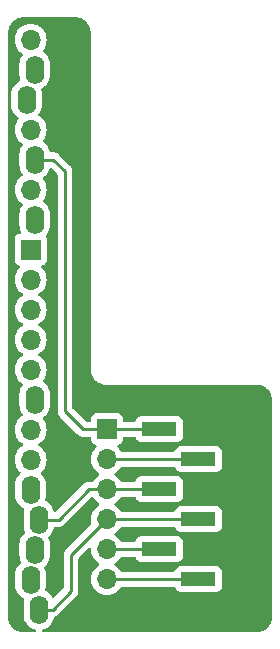
<source format=gbr>
%TF.GenerationSoftware,KiCad,Pcbnew,7.0.9*%
%TF.CreationDate,2024-01-28T12:44:50+11:00*%
%TF.ProjectId,Camera-Wing-SHIM,43616d65-7261-42d5-9769-6e672d534849,rev?*%
%TF.SameCoordinates,Original*%
%TF.FileFunction,Copper,L1,Top*%
%TF.FilePolarity,Positive*%
%FSLAX46Y46*%
G04 Gerber Fmt 4.6, Leading zero omitted, Abs format (unit mm)*
G04 Created by KiCad (PCBNEW 7.0.9) date 2024-01-28 12:44:50*
%MOMM*%
%LPD*%
G01*
G04 APERTURE LIST*
%TA.AperFunction,ComponentPad*%
%ADD10R,1.700000X1.700000*%
%TD*%
%TA.AperFunction,ComponentPad*%
%ADD11O,1.700000X1.700000*%
%TD*%
%TA.AperFunction,ComponentPad*%
%ADD12O,1.600000X2.400000*%
%TD*%
%TA.AperFunction,SMDPad,CuDef*%
%ADD13R,3.000000X1.200000*%
%TD*%
%TA.AperFunction,Conductor*%
%ADD14C,0.250000*%
%TD*%
G04 APERTURE END LIST*
D10*
%TO.P,J3,1,Pin_1*%
%TO.N,+3V3*%
X87775000Y-112994000D03*
D11*
%TO.P,J3,2,Pin_2*%
%TO.N,GND*%
X87775000Y-115534000D03*
%TO.P,J3,3,Pin_3*%
%TO.N,/CLK*%
X87775000Y-118074000D03*
%TO.P,J3,4,Pin_4*%
%TO.N,/MISO*%
X87775000Y-120614000D03*
%TO.P,J3,5,Pin_5*%
%TO.N,/MOSI*%
X87775000Y-123154000D03*
%TO.P,J3,6,Pin_6*%
%TO.N,/CS*%
X87775000Y-125694000D03*
%TD*%
%TO.P,J1,1,Pin_1*%
%TO.N,unconnected-(J1-Pin_1-Pad1)*%
X81315000Y-80010000D03*
D12*
%TO.P,J1,2,Pin_2*%
%TO.N,unconnected-(J1-Pin_2-Pad2)*%
X81665000Y-82550000D03*
%TO.P,J1,3,Pin_3*%
%TO.N,GND*%
X80965000Y-85090000D03*
D11*
%TO.P,J1,4,Pin_4*%
%TO.N,unconnected-(J1-Pin_4-Pad4)*%
X81315000Y-87630000D03*
D12*
%TO.P,J1,5,Pin_5*%
%TO.N,+3V3*%
X81665000Y-90170000D03*
D11*
%TO.P,J1,6,Pin_6*%
%TO.N,unconnected-(J1-Pin_6-Pad6)*%
X81315000Y-92710000D03*
D12*
%TO.P,J1,7,Pin_7*%
%TO.N,unconnected-(J1-Pin_7-Pad7)*%
X81665000Y-95250000D03*
D10*
%TO.P,J1,8,Pin_8*%
%TO.N,unconnected-(J1-Pin_8-Pad8)*%
X81315000Y-97790000D03*
D11*
%TO.P,J1,9,Pin_9*%
%TO.N,unconnected-(J1-Pin_9-Pad9)*%
X81315000Y-100330000D03*
%TO.P,J1,10,Pin_10*%
%TO.N,unconnected-(J1-Pin_10-Pad10)*%
X81315000Y-102870000D03*
%TO.P,J1,11,Pin_11*%
%TO.N,unconnected-(J1-Pin_11-Pad11)*%
X81315000Y-105410000D03*
%TO.P,J1,12,Pin_12*%
%TO.N,unconnected-(J1-Pin_12-Pad12)*%
X81315000Y-107950000D03*
D12*
%TO.P,J1,13,Pin_13*%
%TO.N,unconnected-(J1-Pin_13-Pad13)*%
X81665000Y-110490000D03*
D11*
%TO.P,J1,14,Pin_14*%
%TO.N,unconnected-(J1-Pin_14-Pad14)*%
X81315000Y-113030000D03*
%TO.P,J1,15,Pin_15*%
%TO.N,unconnected-(J1-Pin_15-Pad15)*%
X81315000Y-115570000D03*
D12*
%TO.P,J1,16,Pin_16*%
%TO.N,/MOSI*%
X81315000Y-118110000D03*
%TO.P,J1,17,Pin_17*%
%TO.N,/CLK*%
X82015000Y-120650000D03*
%TO.P,J1,18,Pin_18*%
%TO.N,GND*%
X81665000Y-123190000D03*
%TO.P,J1,19,Pin_19*%
%TO.N,/CS*%
X81315000Y-125730000D03*
%TO.P,J1,20,Pin_20*%
%TO.N,/MISO*%
X82015000Y-128270000D03*
%TD*%
D13*
%TO.P,J2,1,Pin_1*%
%TO.N,+3V3*%
X92216000Y-112994000D03*
%TO.P,J2,2,Pin_2*%
%TO.N,GND*%
X95526000Y-115534000D03*
%TO.P,J2,3,Pin_3*%
%TO.N,/CLK*%
X92216000Y-118074000D03*
%TO.P,J2,4,Pin_4*%
%TO.N,/MISO*%
X95526000Y-120614000D03*
%TO.P,J2,5,Pin_5*%
%TO.N,/MOSI*%
X92216000Y-123154000D03*
%TO.P,J2,6,Pin_6*%
%TO.N,/CS*%
X95526000Y-125694000D03*
%TD*%
D14*
%TO.N,+3V3*%
X84219000Y-111470000D02*
X84219000Y-91150000D01*
X83239000Y-90170000D02*
X81665000Y-90170000D01*
X87775000Y-112994000D02*
X85743000Y-112994000D01*
X85743000Y-112994000D02*
X84219000Y-111470000D01*
X92216000Y-112994000D02*
X87775000Y-112994000D01*
X84219000Y-91150000D02*
X83239000Y-90170000D01*
%TO.N,GND*%
X95526000Y-115534000D02*
X87775000Y-115534000D01*
%TO.N,/MOSI*%
X92216000Y-123154000D02*
X87775000Y-123154000D01*
%TO.N,/CLK*%
X83675000Y-120650000D02*
X82015000Y-120650000D01*
X87775000Y-118074000D02*
X86251000Y-118074000D01*
X92216000Y-118074000D02*
X87775000Y-118074000D01*
X86251000Y-118074000D02*
X83675000Y-120650000D01*
%TO.N,/CS*%
X95526000Y-125694000D02*
X87775000Y-125694000D01*
%TO.N,/MISO*%
X84727000Y-123662000D02*
X84727000Y-126710000D01*
X95526000Y-120614000D02*
X87775000Y-120614000D01*
X84727000Y-126710000D02*
X83167000Y-128270000D01*
X83167000Y-128270000D02*
X82015000Y-128270000D01*
X87775000Y-120614000D02*
X84727000Y-123662000D01*
%TD*%
%TA.AperFunction,NonConductor*%
G36*
X83070073Y-90898224D02*
G01*
X83108942Y-90924532D01*
X83557181Y-91372771D01*
X83590666Y-91434094D01*
X83593500Y-91460452D01*
X83593500Y-111387255D01*
X83591775Y-111402872D01*
X83592061Y-111402899D01*
X83591326Y-111410665D01*
X83593500Y-111479814D01*
X83593500Y-111509343D01*
X83593501Y-111509360D01*
X83594368Y-111516231D01*
X83594826Y-111522050D01*
X83596290Y-111568624D01*
X83596291Y-111568627D01*
X83601880Y-111587867D01*
X83605824Y-111606911D01*
X83608336Y-111626792D01*
X83625490Y-111670119D01*
X83627382Y-111675647D01*
X83640381Y-111720388D01*
X83650580Y-111737634D01*
X83659136Y-111755100D01*
X83666514Y-111773732D01*
X83693898Y-111811423D01*
X83697106Y-111816307D01*
X83720827Y-111856416D01*
X83720833Y-111856424D01*
X83734990Y-111870580D01*
X83747628Y-111885376D01*
X83759405Y-111901586D01*
X83759406Y-111901587D01*
X83795309Y-111931288D01*
X83799620Y-111935210D01*
X84894408Y-113029999D01*
X85242197Y-113377788D01*
X85252022Y-113390051D01*
X85252243Y-113389869D01*
X85257214Y-113395878D01*
X85283217Y-113420295D01*
X85307635Y-113443226D01*
X85328529Y-113464120D01*
X85334011Y-113468373D01*
X85338443Y-113472157D01*
X85372418Y-113504062D01*
X85389976Y-113513714D01*
X85406235Y-113524395D01*
X85422064Y-113536673D01*
X85464838Y-113555182D01*
X85470056Y-113557738D01*
X85510908Y-113580197D01*
X85530316Y-113585180D01*
X85548717Y-113591480D01*
X85567104Y-113599437D01*
X85610488Y-113606308D01*
X85613119Y-113606725D01*
X85618839Y-113607909D01*
X85663981Y-113619500D01*
X85684016Y-113619500D01*
X85703414Y-113621026D01*
X85723194Y-113624159D01*
X85723195Y-113624160D01*
X85723195Y-113624159D01*
X85723196Y-113624160D01*
X85769584Y-113619775D01*
X85775422Y-113619500D01*
X86300501Y-113619500D01*
X86367540Y-113639185D01*
X86413295Y-113691989D01*
X86424501Y-113743500D01*
X86424501Y-113891876D01*
X86430908Y-113951483D01*
X86481202Y-114086328D01*
X86481206Y-114086335D01*
X86567452Y-114201544D01*
X86567455Y-114201547D01*
X86682664Y-114287793D01*
X86682671Y-114287797D01*
X86814081Y-114336810D01*
X86870015Y-114378681D01*
X86894432Y-114444145D01*
X86879580Y-114512418D01*
X86858430Y-114540673D01*
X86736503Y-114662600D01*
X86600965Y-114856169D01*
X86600964Y-114856171D01*
X86501098Y-115070335D01*
X86501094Y-115070344D01*
X86439938Y-115298586D01*
X86439936Y-115298596D01*
X86419341Y-115533999D01*
X86419341Y-115534000D01*
X86439936Y-115769403D01*
X86439938Y-115769413D01*
X86501094Y-115997655D01*
X86501096Y-115997659D01*
X86501097Y-115997663D01*
X86600965Y-116211830D01*
X86600967Y-116211834D01*
X86621728Y-116241483D01*
X86736501Y-116405396D01*
X86736506Y-116405402D01*
X86903597Y-116572493D01*
X86903603Y-116572498D01*
X87089158Y-116702425D01*
X87132783Y-116757002D01*
X87139977Y-116826500D01*
X87108454Y-116888855D01*
X87089158Y-116905575D01*
X86903597Y-117035505D01*
X86736505Y-117202597D01*
X86601348Y-117395623D01*
X86546771Y-117439248D01*
X86499773Y-117448500D01*
X86333738Y-117448500D01*
X86318121Y-117446776D01*
X86318094Y-117447062D01*
X86310332Y-117446327D01*
X86241204Y-117448500D01*
X86211650Y-117448500D01*
X86210929Y-117448590D01*
X86204757Y-117449369D01*
X86198945Y-117449826D01*
X86152373Y-117451290D01*
X86152372Y-117451290D01*
X86133129Y-117456881D01*
X86114079Y-117460825D01*
X86094211Y-117463334D01*
X86094209Y-117463335D01*
X86050884Y-117480488D01*
X86045357Y-117482380D01*
X86000610Y-117495381D01*
X86000609Y-117495382D01*
X85983367Y-117505579D01*
X85965899Y-117514137D01*
X85947269Y-117521513D01*
X85947267Y-117521514D01*
X85909576Y-117548898D01*
X85904694Y-117552105D01*
X85864579Y-117575830D01*
X85850408Y-117590000D01*
X85835623Y-117602628D01*
X85819412Y-117614407D01*
X85789709Y-117650310D01*
X85785777Y-117654631D01*
X83477115Y-119963293D01*
X83415792Y-119996778D01*
X83346100Y-119991794D01*
X83290167Y-119949922D01*
X83269659Y-119907705D01*
X83269340Y-119906516D01*
X83241739Y-119803504D01*
X83145568Y-119597266D01*
X83015047Y-119410861D01*
X83015045Y-119410858D01*
X82854141Y-119249954D01*
X82667735Y-119119433D01*
X82667736Y-119119433D01*
X82667734Y-119119432D01*
X82611221Y-119093079D01*
X82558783Y-119046907D01*
X82539632Y-118979713D01*
X82543852Y-118948608D01*
X82600635Y-118736692D01*
X82615500Y-118566784D01*
X82615500Y-117653216D01*
X82600635Y-117483308D01*
X82541739Y-117263504D01*
X82445568Y-117057266D01*
X82315047Y-116870861D01*
X82315045Y-116870858D01*
X82207222Y-116763035D01*
X82173737Y-116701712D01*
X82178721Y-116632020D01*
X82207218Y-116587677D01*
X82353495Y-116441401D01*
X82489035Y-116247830D01*
X82588903Y-116033663D01*
X82650063Y-115805408D01*
X82670659Y-115570000D01*
X82650063Y-115334592D01*
X82588903Y-115106337D01*
X82489035Y-114892171D01*
X82486686Y-114888815D01*
X82353494Y-114698597D01*
X82186402Y-114531506D01*
X82186396Y-114531501D01*
X82000842Y-114401575D01*
X81957217Y-114346998D01*
X81950023Y-114277500D01*
X81981546Y-114215145D01*
X82000842Y-114198425D01*
X82023026Y-114182891D01*
X82186401Y-114068495D01*
X82353495Y-113901401D01*
X82489035Y-113707830D01*
X82588903Y-113493663D01*
X82650063Y-113265408D01*
X82670659Y-113030000D01*
X82650063Y-112794592D01*
X82588903Y-112566337D01*
X82489035Y-112352171D01*
X82489034Y-112352169D01*
X82350390Y-112154164D01*
X82351569Y-112153337D01*
X82326273Y-112095526D01*
X82337316Y-112026535D01*
X82378150Y-111978264D01*
X82504139Y-111890047D01*
X82665047Y-111729139D01*
X82795568Y-111542734D01*
X82891739Y-111336496D01*
X82950635Y-111116692D01*
X82965500Y-110946784D01*
X82965500Y-110033216D01*
X82950635Y-109863308D01*
X82891739Y-109643504D01*
X82795568Y-109437266D01*
X82665047Y-109250861D01*
X82665045Y-109250858D01*
X82504141Y-109089954D01*
X82378152Y-109001737D01*
X82334527Y-108947161D01*
X82327333Y-108877662D01*
X82351419Y-108826556D01*
X82350389Y-108825835D01*
X82353490Y-108821405D01*
X82353495Y-108821401D01*
X82489035Y-108627830D01*
X82588903Y-108413663D01*
X82650063Y-108185408D01*
X82670659Y-107950000D01*
X82650063Y-107714592D01*
X82588903Y-107486337D01*
X82489035Y-107272171D01*
X82353495Y-107078599D01*
X82353494Y-107078597D01*
X82186402Y-106911506D01*
X82186396Y-106911501D01*
X82000842Y-106781575D01*
X81957217Y-106726998D01*
X81950023Y-106657500D01*
X81981546Y-106595145D01*
X82000842Y-106578425D01*
X82023026Y-106562891D01*
X82186401Y-106448495D01*
X82353495Y-106281401D01*
X82489035Y-106087830D01*
X82588903Y-105873663D01*
X82650063Y-105645408D01*
X82670659Y-105410000D01*
X82650063Y-105174592D01*
X82588903Y-104946337D01*
X82489035Y-104732171D01*
X82353495Y-104538599D01*
X82353494Y-104538597D01*
X82186402Y-104371506D01*
X82186396Y-104371501D01*
X82000842Y-104241575D01*
X81957217Y-104186998D01*
X81950023Y-104117500D01*
X81981546Y-104055145D01*
X82000842Y-104038425D01*
X82023026Y-104022891D01*
X82186401Y-103908495D01*
X82353495Y-103741401D01*
X82489035Y-103547830D01*
X82588903Y-103333663D01*
X82650063Y-103105408D01*
X82670659Y-102870000D01*
X82650063Y-102634592D01*
X82588903Y-102406337D01*
X82489035Y-102192171D01*
X82353495Y-101998599D01*
X82353494Y-101998597D01*
X82186402Y-101831506D01*
X82186396Y-101831501D01*
X82000842Y-101701575D01*
X81957217Y-101646998D01*
X81950023Y-101577500D01*
X81981546Y-101515145D01*
X82000842Y-101498425D01*
X82023026Y-101482891D01*
X82186401Y-101368495D01*
X82353495Y-101201401D01*
X82489035Y-101007830D01*
X82588903Y-100793663D01*
X82650063Y-100565408D01*
X82670659Y-100330000D01*
X82650063Y-100094592D01*
X82588903Y-99866337D01*
X82489035Y-99652171D01*
X82353495Y-99458599D01*
X82231567Y-99336671D01*
X82198084Y-99275351D01*
X82203068Y-99205659D01*
X82244939Y-99149725D01*
X82275915Y-99132810D01*
X82407331Y-99083796D01*
X82522546Y-98997546D01*
X82608796Y-98882331D01*
X82659091Y-98747483D01*
X82665500Y-98687873D01*
X82665499Y-96892128D01*
X82659091Y-96832517D01*
X82608796Y-96697669D01*
X82608794Y-96697666D01*
X82607991Y-96696593D01*
X82607522Y-96695337D01*
X82604546Y-96689886D01*
X82605330Y-96689457D01*
X82583577Y-96631127D01*
X82598431Y-96562855D01*
X82619579Y-96534606D01*
X82665047Y-96489139D01*
X82795568Y-96302734D01*
X82891739Y-96096496D01*
X82950635Y-95876692D01*
X82965500Y-95706784D01*
X82965500Y-94793216D01*
X82950635Y-94623308D01*
X82891739Y-94403504D01*
X82795568Y-94197266D01*
X82665047Y-94010861D01*
X82665045Y-94010858D01*
X82504141Y-93849954D01*
X82378152Y-93761737D01*
X82334527Y-93707161D01*
X82327333Y-93637662D01*
X82351419Y-93586556D01*
X82350389Y-93585835D01*
X82353490Y-93581405D01*
X82353495Y-93581401D01*
X82489035Y-93387830D01*
X82588903Y-93173663D01*
X82650063Y-92945408D01*
X82670659Y-92710000D01*
X82650063Y-92474592D01*
X82588903Y-92246337D01*
X82489035Y-92032171D01*
X82353495Y-91838599D01*
X82350390Y-91834164D01*
X82351569Y-91833337D01*
X82326273Y-91775526D01*
X82337316Y-91706535D01*
X82378150Y-91658264D01*
X82504139Y-91570047D01*
X82665047Y-91409139D01*
X82795568Y-91222734D01*
X82891739Y-91016496D01*
X82901486Y-90980120D01*
X82937851Y-90920460D01*
X83000697Y-90889930D01*
X83070073Y-90898224D01*
G37*
%TD.AperFunction*%
%TA.AperFunction,NonConductor*%
G36*
X86568508Y-118743596D02*
G01*
X86624441Y-118785468D01*
X86626749Y-118788654D01*
X86736505Y-118945401D01*
X86736506Y-118945402D01*
X86903597Y-119112493D01*
X86903603Y-119112498D01*
X87089158Y-119242425D01*
X87132783Y-119297002D01*
X87139977Y-119366500D01*
X87108454Y-119428855D01*
X87089158Y-119445575D01*
X86903597Y-119575505D01*
X86736505Y-119742597D01*
X86600965Y-119936169D01*
X86600964Y-119936171D01*
X86501098Y-120150335D01*
X86501094Y-120150344D01*
X86439938Y-120378586D01*
X86439936Y-120378596D01*
X86419341Y-120613999D01*
X86419341Y-120614000D01*
X86439936Y-120849403D01*
X86439938Y-120849413D01*
X86466856Y-120949872D01*
X86465193Y-121019722D01*
X86434762Y-121069646D01*
X84343208Y-123161199D01*
X84330951Y-123171020D01*
X84331134Y-123171241D01*
X84325123Y-123176213D01*
X84277772Y-123226636D01*
X84256889Y-123247519D01*
X84256877Y-123247532D01*
X84252621Y-123253017D01*
X84248837Y-123257447D01*
X84216937Y-123291418D01*
X84216936Y-123291420D01*
X84207284Y-123308976D01*
X84196610Y-123325226D01*
X84184329Y-123341061D01*
X84184324Y-123341068D01*
X84165815Y-123383838D01*
X84163245Y-123389084D01*
X84140803Y-123429906D01*
X84135822Y-123449307D01*
X84129521Y-123467710D01*
X84121562Y-123486102D01*
X84121561Y-123486105D01*
X84114271Y-123532127D01*
X84113087Y-123537846D01*
X84101501Y-123582972D01*
X84101500Y-123582982D01*
X84101500Y-123603016D01*
X84099973Y-123622415D01*
X84096840Y-123642194D01*
X84096840Y-123642195D01*
X84101225Y-123688583D01*
X84101500Y-123694421D01*
X84101500Y-126399546D01*
X84081815Y-126466585D01*
X84065181Y-126487227D01*
X83328135Y-127224272D01*
X83266812Y-127257757D01*
X83197120Y-127252773D01*
X83141187Y-127210901D01*
X83138899Y-127207742D01*
X83015047Y-127030861D01*
X83015045Y-127030858D01*
X82854141Y-126869954D01*
X82729573Y-126782732D01*
X82667734Y-126739432D01*
X82611221Y-126713079D01*
X82558783Y-126666907D01*
X82539632Y-126599713D01*
X82543852Y-126568608D01*
X82600635Y-126356692D01*
X82615500Y-126186784D01*
X82615500Y-125273216D01*
X82600635Y-125103308D01*
X82541739Y-124883504D01*
X82473018Y-124736134D01*
X82462527Y-124667058D01*
X82491047Y-124603274D01*
X82500415Y-124593980D01*
X82500311Y-124593876D01*
X82665045Y-124429141D01*
X82665047Y-124429139D01*
X82795568Y-124242734D01*
X82891739Y-124036496D01*
X82950635Y-123816692D01*
X82965500Y-123646784D01*
X82965500Y-122733216D01*
X82950635Y-122563308D01*
X82891739Y-122343504D01*
X82823018Y-122196134D01*
X82812527Y-122127058D01*
X82841047Y-122063274D01*
X82850415Y-122053980D01*
X82850311Y-122053876D01*
X83015045Y-121889141D01*
X83015047Y-121889139D01*
X83145568Y-121702734D01*
X83241739Y-121496496D01*
X83276328Y-121367406D01*
X83312693Y-121307746D01*
X83375540Y-121277217D01*
X83396103Y-121275500D01*
X83592257Y-121275500D01*
X83607877Y-121277224D01*
X83607904Y-121276939D01*
X83615660Y-121277671D01*
X83615667Y-121277673D01*
X83684814Y-121275500D01*
X83714350Y-121275500D01*
X83721228Y-121274630D01*
X83727041Y-121274172D01*
X83773627Y-121272709D01*
X83792869Y-121267117D01*
X83811912Y-121263174D01*
X83831792Y-121260664D01*
X83875122Y-121243507D01*
X83880646Y-121241617D01*
X83887933Y-121239500D01*
X83925390Y-121228618D01*
X83942629Y-121218422D01*
X83960103Y-121209862D01*
X83978727Y-121202488D01*
X83978727Y-121202487D01*
X83978732Y-121202486D01*
X84016449Y-121175082D01*
X84021305Y-121171892D01*
X84061420Y-121148170D01*
X84075589Y-121133999D01*
X84090379Y-121121368D01*
X84106587Y-121109594D01*
X84136299Y-121073676D01*
X84140212Y-121069376D01*
X86437495Y-118772095D01*
X86498816Y-118738612D01*
X86568508Y-118743596D01*
G37*
%TD.AperFunction*%
%TA.AperFunction,NonConductor*%
G36*
X85073139Y-78105501D02*
G01*
X85122561Y-78105501D01*
X85127425Y-78105691D01*
X85181976Y-78109985D01*
X85322578Y-78122286D01*
X85340695Y-78125236D01*
X85421019Y-78144521D01*
X85531718Y-78174183D01*
X85539398Y-78176790D01*
X85625972Y-78212650D01*
X85724964Y-78258811D01*
X85731148Y-78262134D01*
X85811769Y-78311539D01*
X85814927Y-78313610D01*
X85901589Y-78374291D01*
X85906296Y-78377935D01*
X85978837Y-78439891D01*
X85982413Y-78443197D01*
X86056801Y-78517585D01*
X86060107Y-78521161D01*
X86122063Y-78593702D01*
X86125707Y-78598409D01*
X86186388Y-78685071D01*
X86188465Y-78688238D01*
X86237862Y-78768847D01*
X86241192Y-78775045D01*
X86287354Y-78874037D01*
X86323205Y-78960592D01*
X86325815Y-78968279D01*
X86355484Y-79079003D01*
X86374759Y-79159291D01*
X86377713Y-79177430D01*
X86390019Y-79318084D01*
X86394308Y-79372576D01*
X86394499Y-79377442D01*
X86394501Y-107949499D01*
X86394501Y-108049994D01*
X86425784Y-108247509D01*
X86487583Y-108437706D01*
X86578371Y-108615887D01*
X86695917Y-108777675D01*
X86837325Y-108919083D01*
X86999113Y-109036629D01*
X87083299Y-109079523D01*
X87177293Y-109127416D01*
X87177295Y-109127416D01*
X87177298Y-109127418D01*
X87367491Y-109189216D01*
X87480180Y-109207063D01*
X87565006Y-109220499D01*
X87664902Y-109220499D01*
X100423139Y-109220499D01*
X100423143Y-109220501D01*
X100472560Y-109220501D01*
X100477426Y-109220692D01*
X100531947Y-109224983D01*
X100540720Y-109225750D01*
X100672574Y-109237285D01*
X100690684Y-109240234D01*
X100771041Y-109259526D01*
X100881711Y-109289180D01*
X100889387Y-109291784D01*
X100975989Y-109327656D01*
X101074953Y-109373805D01*
X101081135Y-109377126D01*
X101161795Y-109426554D01*
X101164909Y-109428595D01*
X101215741Y-109464188D01*
X101251593Y-109489293D01*
X101256295Y-109492934D01*
X101328846Y-109554898D01*
X101332410Y-109558193D01*
X101406806Y-109632589D01*
X101410104Y-109636156D01*
X101432455Y-109662326D01*
X101472062Y-109708700D01*
X101475707Y-109713406D01*
X101536375Y-109800050D01*
X101538452Y-109803217D01*
X101587869Y-109883860D01*
X101591199Y-109890057D01*
X101637350Y-109989027D01*
X101673208Y-110075598D01*
X101675818Y-110083285D01*
X101705485Y-110194003D01*
X101724760Y-110274290D01*
X101727714Y-110292429D01*
X101740013Y-110433003D01*
X101744309Y-110487584D01*
X101744500Y-110492450D01*
X101744500Y-128902556D01*
X101744309Y-128907423D01*
X101740022Y-128961886D01*
X101727713Y-129102574D01*
X101724759Y-129120712D01*
X101705494Y-129200960D01*
X101675815Y-129311721D01*
X101673206Y-129319408D01*
X101637363Y-129405942D01*
X101591191Y-129504957D01*
X101587861Y-129511155D01*
X101538470Y-129591754D01*
X101536393Y-129594921D01*
X101475699Y-129681602D01*
X101472055Y-129686308D01*
X101410130Y-129758813D01*
X101406824Y-129762389D01*
X101332394Y-129836819D01*
X101328818Y-129840125D01*
X101256309Y-129902053D01*
X101251603Y-129905698D01*
X101164918Y-129966395D01*
X101161751Y-129968472D01*
X101081162Y-130017857D01*
X101074964Y-130021187D01*
X100975931Y-130067368D01*
X100889412Y-130103205D01*
X100881724Y-130105814D01*
X100770958Y-130135494D01*
X100690713Y-130154759D01*
X100672573Y-130157713D01*
X100531801Y-130170029D01*
X100477439Y-130174308D01*
X100472572Y-130174499D01*
X82366755Y-130174499D01*
X82299716Y-130154814D01*
X82253961Y-130102010D01*
X82244017Y-130032852D01*
X82273042Y-129969296D01*
X82331820Y-129931522D01*
X82334662Y-129930724D01*
X82441626Y-129902063D01*
X82461496Y-129896739D01*
X82667734Y-129800568D01*
X82854139Y-129670047D01*
X83015047Y-129509139D01*
X83145568Y-129322734D01*
X83241739Y-129116496D01*
X83286550Y-128949256D01*
X83322913Y-128889599D01*
X83360676Y-128866060D01*
X83363747Y-128864843D01*
X83367118Y-128863510D01*
X83372647Y-128861617D01*
X83387581Y-128857278D01*
X83417390Y-128848618D01*
X83434629Y-128838422D01*
X83452103Y-128829862D01*
X83470727Y-128822488D01*
X83470727Y-128822487D01*
X83470732Y-128822486D01*
X83508449Y-128795082D01*
X83513305Y-128791892D01*
X83553420Y-128768170D01*
X83567589Y-128753999D01*
X83582379Y-128741368D01*
X83598587Y-128729594D01*
X83628299Y-128693676D01*
X83632212Y-128689376D01*
X85110787Y-127210801D01*
X85123042Y-127200986D01*
X85122859Y-127200764D01*
X85128866Y-127195792D01*
X85128877Y-127195786D01*
X85159775Y-127162882D01*
X85176227Y-127145364D01*
X85186671Y-127134918D01*
X85197120Y-127124471D01*
X85201379Y-127118978D01*
X85205152Y-127114561D01*
X85237062Y-127080582D01*
X85246713Y-127063024D01*
X85257396Y-127046761D01*
X85269673Y-127030936D01*
X85288185Y-126988153D01*
X85290738Y-126982941D01*
X85313197Y-126942092D01*
X85318180Y-126922680D01*
X85324481Y-126904280D01*
X85332437Y-126885896D01*
X85339729Y-126839852D01*
X85340906Y-126834171D01*
X85352500Y-126789019D01*
X85352500Y-126768983D01*
X85354027Y-126749582D01*
X85357160Y-126729804D01*
X85352775Y-126683415D01*
X85352500Y-126677577D01*
X85352500Y-123972452D01*
X85372185Y-123905413D01*
X85388819Y-123884771D01*
X86207660Y-123065930D01*
X86268983Y-123032445D01*
X86338675Y-123037429D01*
X86394608Y-123079301D01*
X86419025Y-123144765D01*
X86419341Y-123153611D01*
X86419341Y-123154000D01*
X86439936Y-123389403D01*
X86439938Y-123389413D01*
X86501094Y-123617655D01*
X86501096Y-123617659D01*
X86501097Y-123617663D01*
X86593904Y-123816687D01*
X86600965Y-123831830D01*
X86600967Y-123831834D01*
X86699430Y-123972452D01*
X86736501Y-124025396D01*
X86736506Y-124025402D01*
X86903597Y-124192493D01*
X86903603Y-124192498D01*
X87089158Y-124322425D01*
X87132783Y-124377002D01*
X87139977Y-124446500D01*
X87108454Y-124508855D01*
X87089158Y-124525575D01*
X86903597Y-124655505D01*
X86736505Y-124822597D01*
X86600965Y-125016169D01*
X86600964Y-125016171D01*
X86501098Y-125230335D01*
X86501094Y-125230344D01*
X86439938Y-125458586D01*
X86439936Y-125458596D01*
X86419341Y-125693999D01*
X86419341Y-125694000D01*
X86439936Y-125929403D01*
X86439938Y-125929413D01*
X86501094Y-126157655D01*
X86501096Y-126157659D01*
X86501097Y-126157663D01*
X86593904Y-126356687D01*
X86600965Y-126371830D01*
X86600967Y-126371834D01*
X86667313Y-126466585D01*
X86736505Y-126565401D01*
X86903599Y-126732495D01*
X86975345Y-126782732D01*
X87097165Y-126868032D01*
X87097167Y-126868033D01*
X87097170Y-126868035D01*
X87311337Y-126967903D01*
X87311343Y-126967904D01*
X87311344Y-126967905D01*
X87315957Y-126969141D01*
X87539592Y-127029063D01*
X87727918Y-127045539D01*
X87774999Y-127049659D01*
X87775000Y-127049659D01*
X87775001Y-127049659D01*
X87814234Y-127046226D01*
X88010408Y-127029063D01*
X88238663Y-126967903D01*
X88452830Y-126868035D01*
X88646401Y-126732495D01*
X88813495Y-126565401D01*
X88948652Y-126372377D01*
X89003229Y-126328752D01*
X89050227Y-126319500D01*
X93415236Y-126319500D01*
X93482275Y-126339185D01*
X93528030Y-126391989D01*
X93531418Y-126400167D01*
X93582202Y-126536328D01*
X93582206Y-126536335D01*
X93668452Y-126651544D01*
X93668455Y-126651547D01*
X93783664Y-126737793D01*
X93783671Y-126737797D01*
X93918517Y-126788091D01*
X93918516Y-126788091D01*
X93925444Y-126788835D01*
X93978127Y-126794500D01*
X97073872Y-126794499D01*
X97133483Y-126788091D01*
X97268331Y-126737796D01*
X97383546Y-126651546D01*
X97469796Y-126536331D01*
X97520091Y-126401483D01*
X97526500Y-126341873D01*
X97526499Y-125046128D01*
X97521299Y-124997757D01*
X97520091Y-124986516D01*
X97469797Y-124851671D01*
X97469793Y-124851664D01*
X97383547Y-124736455D01*
X97383544Y-124736452D01*
X97268335Y-124650206D01*
X97268328Y-124650202D01*
X97133482Y-124599908D01*
X97133483Y-124599908D01*
X97073883Y-124593501D01*
X97073881Y-124593500D01*
X97073873Y-124593500D01*
X97073864Y-124593500D01*
X93978129Y-124593500D01*
X93978123Y-124593501D01*
X93918516Y-124599908D01*
X93783671Y-124650202D01*
X93783664Y-124650206D01*
X93668455Y-124736452D01*
X93668452Y-124736455D01*
X93582206Y-124851664D01*
X93582202Y-124851671D01*
X93531418Y-124987833D01*
X93489547Y-125043767D01*
X93424083Y-125068184D01*
X93415236Y-125068500D01*
X89050227Y-125068500D01*
X88983188Y-125048815D01*
X88948652Y-125015623D01*
X88813494Y-124822597D01*
X88646402Y-124655506D01*
X88646396Y-124655501D01*
X88460842Y-124525575D01*
X88417217Y-124470998D01*
X88410023Y-124401500D01*
X88441546Y-124339145D01*
X88460842Y-124322425D01*
X88483026Y-124306891D01*
X88646401Y-124192495D01*
X88813495Y-124025401D01*
X88948652Y-123832377D01*
X89003229Y-123788752D01*
X89050227Y-123779500D01*
X90105236Y-123779500D01*
X90172275Y-123799185D01*
X90218030Y-123851989D01*
X90221418Y-123860167D01*
X90272202Y-123996328D01*
X90272206Y-123996335D01*
X90358452Y-124111544D01*
X90358455Y-124111547D01*
X90473664Y-124197793D01*
X90473671Y-124197797D01*
X90608517Y-124248091D01*
X90608516Y-124248091D01*
X90615444Y-124248835D01*
X90668127Y-124254500D01*
X93763872Y-124254499D01*
X93823483Y-124248091D01*
X93958331Y-124197796D01*
X94073546Y-124111546D01*
X94159796Y-123996331D01*
X94210091Y-123861483D01*
X94216500Y-123801873D01*
X94216499Y-122506128D01*
X94211299Y-122457757D01*
X94210091Y-122446516D01*
X94159797Y-122311671D01*
X94159793Y-122311664D01*
X94073547Y-122196455D01*
X94073544Y-122196452D01*
X93958335Y-122110206D01*
X93958328Y-122110202D01*
X93823482Y-122059908D01*
X93823483Y-122059908D01*
X93763883Y-122053501D01*
X93763881Y-122053500D01*
X93763873Y-122053500D01*
X93763864Y-122053500D01*
X90668129Y-122053500D01*
X90668123Y-122053501D01*
X90608516Y-122059908D01*
X90473671Y-122110202D01*
X90473664Y-122110206D01*
X90358455Y-122196452D01*
X90358452Y-122196455D01*
X90272206Y-122311664D01*
X90272202Y-122311671D01*
X90221418Y-122447833D01*
X90179547Y-122503767D01*
X90114083Y-122528184D01*
X90105236Y-122528500D01*
X89050227Y-122528500D01*
X88983188Y-122508815D01*
X88948652Y-122475623D01*
X88813494Y-122282597D01*
X88646402Y-122115506D01*
X88646396Y-122115501D01*
X88460842Y-121985575D01*
X88417217Y-121930998D01*
X88410023Y-121861500D01*
X88441546Y-121799145D01*
X88460842Y-121782425D01*
X88483026Y-121766891D01*
X88646401Y-121652495D01*
X88813495Y-121485401D01*
X88948652Y-121292377D01*
X89003229Y-121248752D01*
X89050227Y-121239500D01*
X93415236Y-121239500D01*
X93482275Y-121259185D01*
X93528030Y-121311989D01*
X93531418Y-121320167D01*
X93582202Y-121456328D01*
X93582206Y-121456335D01*
X93668452Y-121571544D01*
X93668455Y-121571547D01*
X93783664Y-121657793D01*
X93783671Y-121657797D01*
X93918517Y-121708091D01*
X93918516Y-121708091D01*
X93925444Y-121708835D01*
X93978127Y-121714500D01*
X97073872Y-121714499D01*
X97133483Y-121708091D01*
X97268331Y-121657796D01*
X97383546Y-121571546D01*
X97469796Y-121456331D01*
X97520091Y-121321483D01*
X97526500Y-121261873D01*
X97526499Y-119966128D01*
X97521299Y-119917757D01*
X97520091Y-119906516D01*
X97469797Y-119771671D01*
X97469793Y-119771664D01*
X97383547Y-119656455D01*
X97383544Y-119656452D01*
X97268335Y-119570206D01*
X97268328Y-119570202D01*
X97133482Y-119519908D01*
X97133483Y-119519908D01*
X97073883Y-119513501D01*
X97073881Y-119513500D01*
X97073873Y-119513500D01*
X97073864Y-119513500D01*
X93978129Y-119513500D01*
X93978123Y-119513501D01*
X93918516Y-119519908D01*
X93783671Y-119570202D01*
X93783664Y-119570206D01*
X93668455Y-119656452D01*
X93668452Y-119656455D01*
X93582206Y-119771664D01*
X93582202Y-119771671D01*
X93531418Y-119907833D01*
X93489547Y-119963767D01*
X93424083Y-119988184D01*
X93415236Y-119988500D01*
X89050227Y-119988500D01*
X88983188Y-119968815D01*
X88948652Y-119935623D01*
X88813494Y-119742597D01*
X88646402Y-119575506D01*
X88646396Y-119575501D01*
X88460842Y-119445575D01*
X88417217Y-119390998D01*
X88410023Y-119321500D01*
X88441546Y-119259145D01*
X88460842Y-119242425D01*
X88483026Y-119226891D01*
X88646401Y-119112495D01*
X88813495Y-118945401D01*
X88948652Y-118752377D01*
X89003229Y-118708752D01*
X89050227Y-118699500D01*
X90105236Y-118699500D01*
X90172275Y-118719185D01*
X90218030Y-118771989D01*
X90221418Y-118780167D01*
X90272202Y-118916328D01*
X90272206Y-118916335D01*
X90358452Y-119031544D01*
X90358455Y-119031547D01*
X90473664Y-119117793D01*
X90473671Y-119117797D01*
X90608517Y-119168091D01*
X90608516Y-119168091D01*
X90615444Y-119168835D01*
X90668127Y-119174500D01*
X93763872Y-119174499D01*
X93823483Y-119168091D01*
X93958331Y-119117796D01*
X94073546Y-119031546D01*
X94159796Y-118916331D01*
X94210091Y-118781483D01*
X94216500Y-118721873D01*
X94216499Y-117426128D01*
X94211299Y-117377757D01*
X94210091Y-117366516D01*
X94159797Y-117231671D01*
X94159793Y-117231664D01*
X94073547Y-117116455D01*
X94073544Y-117116452D01*
X93958335Y-117030206D01*
X93958328Y-117030202D01*
X93823482Y-116979908D01*
X93823483Y-116979908D01*
X93763883Y-116973501D01*
X93763881Y-116973500D01*
X93763873Y-116973500D01*
X93763864Y-116973500D01*
X90668129Y-116973500D01*
X90668123Y-116973501D01*
X90608516Y-116979908D01*
X90473671Y-117030202D01*
X90473664Y-117030206D01*
X90358455Y-117116452D01*
X90358452Y-117116455D01*
X90272206Y-117231664D01*
X90272202Y-117231671D01*
X90221418Y-117367833D01*
X90179547Y-117423767D01*
X90114083Y-117448184D01*
X90105236Y-117448500D01*
X89050227Y-117448500D01*
X88983188Y-117428815D01*
X88948652Y-117395623D01*
X88813494Y-117202597D01*
X88646402Y-117035506D01*
X88646396Y-117035501D01*
X88460842Y-116905575D01*
X88417217Y-116850998D01*
X88410023Y-116781500D01*
X88441546Y-116719145D01*
X88460842Y-116702425D01*
X88537146Y-116648996D01*
X88646401Y-116572495D01*
X88813495Y-116405401D01*
X88948652Y-116212377D01*
X89003229Y-116168752D01*
X89050227Y-116159500D01*
X93415236Y-116159500D01*
X93482275Y-116179185D01*
X93528030Y-116231989D01*
X93531418Y-116240167D01*
X93582202Y-116376328D01*
X93582206Y-116376335D01*
X93668452Y-116491544D01*
X93668455Y-116491547D01*
X93783664Y-116577793D01*
X93783671Y-116577797D01*
X93918517Y-116628091D01*
X93918516Y-116628091D01*
X93925444Y-116628835D01*
X93978127Y-116634500D01*
X97073872Y-116634499D01*
X97133483Y-116628091D01*
X97268331Y-116577796D01*
X97383546Y-116491546D01*
X97469796Y-116376331D01*
X97520091Y-116241483D01*
X97526500Y-116181873D01*
X97526499Y-114886128D01*
X97521299Y-114837757D01*
X97520091Y-114826516D01*
X97469797Y-114691671D01*
X97469793Y-114691664D01*
X97383547Y-114576455D01*
X97383544Y-114576452D01*
X97268335Y-114490206D01*
X97268328Y-114490202D01*
X97133482Y-114439908D01*
X97133483Y-114439908D01*
X97073883Y-114433501D01*
X97073881Y-114433500D01*
X97073873Y-114433500D01*
X97073864Y-114433500D01*
X93978129Y-114433500D01*
X93978123Y-114433501D01*
X93918516Y-114439908D01*
X93783671Y-114490202D01*
X93783664Y-114490206D01*
X93668455Y-114576452D01*
X93668452Y-114576455D01*
X93582206Y-114691664D01*
X93582202Y-114691671D01*
X93531418Y-114827833D01*
X93489547Y-114883767D01*
X93424083Y-114908184D01*
X93415236Y-114908500D01*
X89050227Y-114908500D01*
X88983188Y-114888815D01*
X88948652Y-114855623D01*
X88813496Y-114662600D01*
X88813495Y-114662599D01*
X88691567Y-114540671D01*
X88658084Y-114479351D01*
X88663068Y-114409659D01*
X88704939Y-114353725D01*
X88735915Y-114336810D01*
X88867331Y-114287796D01*
X88982546Y-114201546D01*
X89068796Y-114086331D01*
X89119091Y-113951483D01*
X89125500Y-113891873D01*
X89125500Y-113743500D01*
X89145185Y-113676461D01*
X89197989Y-113630706D01*
X89249500Y-113619500D01*
X90105236Y-113619500D01*
X90172275Y-113639185D01*
X90218030Y-113691989D01*
X90221418Y-113700167D01*
X90272202Y-113836328D01*
X90272206Y-113836335D01*
X90358452Y-113951544D01*
X90358455Y-113951547D01*
X90473664Y-114037793D01*
X90473671Y-114037797D01*
X90608517Y-114088091D01*
X90608516Y-114088091D01*
X90615444Y-114088835D01*
X90668127Y-114094500D01*
X93763872Y-114094499D01*
X93823483Y-114088091D01*
X93958331Y-114037796D01*
X94073546Y-113951546D01*
X94159796Y-113836331D01*
X94210091Y-113701483D01*
X94216500Y-113641873D01*
X94216499Y-112346128D01*
X94211112Y-112296011D01*
X94210091Y-112286516D01*
X94159797Y-112151671D01*
X94159793Y-112151664D01*
X94073547Y-112036455D01*
X94073544Y-112036452D01*
X93958335Y-111950206D01*
X93958328Y-111950202D01*
X93823482Y-111899908D01*
X93823483Y-111899908D01*
X93763883Y-111893501D01*
X93763881Y-111893500D01*
X93763873Y-111893500D01*
X93763864Y-111893500D01*
X90668129Y-111893500D01*
X90668123Y-111893501D01*
X90608516Y-111899908D01*
X90473671Y-111950202D01*
X90473664Y-111950206D01*
X90358455Y-112036452D01*
X90358452Y-112036455D01*
X90272206Y-112151664D01*
X90272202Y-112151671D01*
X90221418Y-112287833D01*
X90179547Y-112343767D01*
X90114083Y-112368184D01*
X90105236Y-112368500D01*
X89249499Y-112368500D01*
X89182460Y-112348815D01*
X89136705Y-112296011D01*
X89125499Y-112244500D01*
X89125499Y-112096129D01*
X89125498Y-112096123D01*
X89125497Y-112096116D01*
X89119091Y-112036517D01*
X89113142Y-112020568D01*
X89068797Y-111901671D01*
X89068793Y-111901664D01*
X88982547Y-111786455D01*
X88982544Y-111786452D01*
X88867335Y-111700206D01*
X88867328Y-111700202D01*
X88732482Y-111649908D01*
X88732483Y-111649908D01*
X88672883Y-111643501D01*
X88672881Y-111643500D01*
X88672873Y-111643500D01*
X88672864Y-111643500D01*
X86877129Y-111643500D01*
X86877123Y-111643501D01*
X86817516Y-111649908D01*
X86682671Y-111700202D01*
X86682664Y-111700206D01*
X86567455Y-111786452D01*
X86567452Y-111786455D01*
X86481206Y-111901664D01*
X86481202Y-111901671D01*
X86430908Y-112036517D01*
X86424501Y-112096116D01*
X86424501Y-112096123D01*
X86424500Y-112096135D01*
X86424500Y-112244500D01*
X86404815Y-112311539D01*
X86352011Y-112357294D01*
X86300500Y-112368500D01*
X86053453Y-112368500D01*
X85986414Y-112348815D01*
X85965772Y-112332181D01*
X84880819Y-111247228D01*
X84847334Y-111185905D01*
X84844500Y-111159547D01*
X84844500Y-91232737D01*
X84846224Y-91217123D01*
X84845938Y-91217096D01*
X84846672Y-91209333D01*
X84844500Y-91140203D01*
X84844500Y-91110651D01*
X84844500Y-91110650D01*
X84843629Y-91103759D01*
X84843172Y-91097945D01*
X84841709Y-91051373D01*
X84836121Y-91032139D01*
X84832174Y-91013081D01*
X84829664Y-90993208D01*
X84812507Y-90949875D01*
X84810614Y-90944346D01*
X84797618Y-90899614D01*
X84797617Y-90899610D01*
X84787420Y-90882368D01*
X84778863Y-90864902D01*
X84771486Y-90846268D01*
X84744083Y-90808550D01*
X84740900Y-90803705D01*
X84717170Y-90763579D01*
X84717165Y-90763573D01*
X84703005Y-90749413D01*
X84690370Y-90734620D01*
X84678593Y-90718412D01*
X84642693Y-90688713D01*
X84638381Y-90684790D01*
X83739803Y-89786212D01*
X83729980Y-89773950D01*
X83729759Y-89774134D01*
X83724786Y-89768123D01*
X83674364Y-89720773D01*
X83663919Y-89710328D01*
X83653475Y-89699883D01*
X83647986Y-89695625D01*
X83643561Y-89691847D01*
X83609582Y-89659938D01*
X83609580Y-89659936D01*
X83609577Y-89659935D01*
X83592029Y-89650288D01*
X83575763Y-89639604D01*
X83559933Y-89627325D01*
X83517168Y-89608818D01*
X83511922Y-89606248D01*
X83471093Y-89583803D01*
X83471092Y-89583802D01*
X83451693Y-89578822D01*
X83433281Y-89572518D01*
X83414898Y-89564562D01*
X83414892Y-89564560D01*
X83368874Y-89557272D01*
X83363152Y-89556087D01*
X83318021Y-89544500D01*
X83318019Y-89544500D01*
X83297984Y-89544500D01*
X83278586Y-89542973D01*
X83271162Y-89541797D01*
X83258805Y-89539840D01*
X83258804Y-89539840D01*
X83212416Y-89544225D01*
X83206578Y-89544500D01*
X83046103Y-89544500D01*
X82979064Y-89524815D01*
X82933309Y-89472011D01*
X82926328Y-89452593D01*
X82891741Y-89323511D01*
X82891738Y-89323502D01*
X82795568Y-89117266D01*
X82665047Y-88930861D01*
X82665045Y-88930858D01*
X82504141Y-88769954D01*
X82378152Y-88681737D01*
X82334527Y-88627161D01*
X82327333Y-88557662D01*
X82351419Y-88506556D01*
X82350389Y-88505835D01*
X82353490Y-88501405D01*
X82353495Y-88501401D01*
X82489035Y-88307830D01*
X82588903Y-88093663D01*
X82650063Y-87865408D01*
X82670659Y-87630000D01*
X82650063Y-87394592D01*
X82588903Y-87166337D01*
X82489035Y-86952171D01*
X82353495Y-86758599D01*
X82353494Y-86758597D01*
X82186402Y-86591506D01*
X82186396Y-86591501D01*
X82016173Y-86472310D01*
X81972548Y-86417733D01*
X81965354Y-86348235D01*
X81985719Y-86299614D01*
X82095568Y-86142734D01*
X82191739Y-85936496D01*
X82250635Y-85716692D01*
X82265500Y-85546784D01*
X82265500Y-84633216D01*
X82250635Y-84463308D01*
X82193853Y-84251393D01*
X82195516Y-84181543D01*
X82234679Y-84123681D01*
X82261216Y-84106922D01*
X82317734Y-84080568D01*
X82504139Y-83950047D01*
X82665047Y-83789139D01*
X82795568Y-83602734D01*
X82891739Y-83396496D01*
X82950635Y-83176692D01*
X82965500Y-83006784D01*
X82965500Y-82093216D01*
X82950635Y-81923308D01*
X82891739Y-81703504D01*
X82795568Y-81497266D01*
X82665047Y-81310861D01*
X82665045Y-81310858D01*
X82504141Y-81149954D01*
X82378152Y-81061737D01*
X82334527Y-81007161D01*
X82327333Y-80937662D01*
X82351419Y-80886556D01*
X82350389Y-80885835D01*
X82353490Y-80881405D01*
X82353495Y-80881401D01*
X82489035Y-80687830D01*
X82588903Y-80473663D01*
X82650063Y-80245408D01*
X82670659Y-80010000D01*
X82650063Y-79774592D01*
X82588903Y-79546337D01*
X82489035Y-79332171D01*
X82479251Y-79318197D01*
X82353494Y-79138597D01*
X82186402Y-78971506D01*
X82186395Y-78971501D01*
X82170815Y-78960592D01*
X82147521Y-78944281D01*
X81992834Y-78835967D01*
X81992830Y-78835965D01*
X81912827Y-78798659D01*
X81778663Y-78736097D01*
X81778659Y-78736096D01*
X81778655Y-78736094D01*
X81550413Y-78674938D01*
X81550403Y-78674936D01*
X81315001Y-78654341D01*
X81314999Y-78654341D01*
X81079596Y-78674936D01*
X81079586Y-78674938D01*
X80851344Y-78736094D01*
X80851335Y-78736098D01*
X80637171Y-78835964D01*
X80637169Y-78835965D01*
X80443597Y-78971505D01*
X80276505Y-79138597D01*
X80140965Y-79332169D01*
X80140964Y-79332171D01*
X80041098Y-79546335D01*
X80041094Y-79546344D01*
X79979938Y-79774586D01*
X79979936Y-79774596D01*
X79959341Y-80009999D01*
X79959341Y-80010000D01*
X79979936Y-80245403D01*
X79979938Y-80245413D01*
X80041094Y-80473655D01*
X80041096Y-80473659D01*
X80041097Y-80473663D01*
X80140965Y-80687829D01*
X80140965Y-80687830D01*
X80140967Y-80687834D01*
X80276501Y-80881395D01*
X80276506Y-80881402D01*
X80443597Y-81048493D01*
X80443603Y-81048498D01*
X80506487Y-81092530D01*
X80588497Y-81149954D01*
X80613826Y-81167689D01*
X80657451Y-81222266D01*
X80664645Y-81291764D01*
X80644279Y-81340386D01*
X80534432Y-81497266D01*
X80534432Y-81497267D01*
X80534430Y-81497270D01*
X80438261Y-81703502D01*
X80438258Y-81703511D01*
X80379366Y-81923302D01*
X80379364Y-81923312D01*
X80364500Y-82093216D01*
X80364500Y-83006784D01*
X80379364Y-83176687D01*
X80379366Y-83176697D01*
X80436146Y-83388605D01*
X80434483Y-83458455D01*
X80395320Y-83516317D01*
X80368777Y-83533080D01*
X80312266Y-83559431D01*
X80125858Y-83689954D01*
X79964954Y-83850858D01*
X79834432Y-84037265D01*
X79834431Y-84037267D01*
X79738261Y-84243502D01*
X79738258Y-84243511D01*
X79679366Y-84463302D01*
X79679364Y-84463312D01*
X79664500Y-84633216D01*
X79664500Y-85546784D01*
X79679364Y-85716687D01*
X79679366Y-85716697D01*
X79738258Y-85936488D01*
X79738261Y-85936497D01*
X79834431Y-86142732D01*
X79834432Y-86142734D01*
X79964954Y-86329141D01*
X80125857Y-86490044D01*
X80125860Y-86490046D01*
X80125861Y-86490047D01*
X80251847Y-86578262D01*
X80295471Y-86632837D01*
X80302665Y-86702335D01*
X80278590Y-86753450D01*
X80279610Y-86754164D01*
X80140965Y-86952169D01*
X80140964Y-86952171D01*
X80041098Y-87166335D01*
X80041094Y-87166344D01*
X79979938Y-87394586D01*
X79979936Y-87394596D01*
X79959341Y-87629999D01*
X79959341Y-87630000D01*
X79979936Y-87865403D01*
X79979938Y-87865413D01*
X80041094Y-88093655D01*
X80041096Y-88093659D01*
X80041097Y-88093663D01*
X80140965Y-88307829D01*
X80140965Y-88307830D01*
X80140967Y-88307834D01*
X80276501Y-88501395D01*
X80276506Y-88501402D01*
X80443597Y-88668493D01*
X80443603Y-88668498D01*
X80506487Y-88712530D01*
X80588497Y-88769954D01*
X80613826Y-88787689D01*
X80657451Y-88842266D01*
X80664645Y-88911764D01*
X80644279Y-88960386D01*
X80534432Y-89117266D01*
X80534432Y-89117267D01*
X80534430Y-89117270D01*
X80438261Y-89323502D01*
X80438258Y-89323511D01*
X80379366Y-89543302D01*
X80379364Y-89543312D01*
X80364500Y-89713216D01*
X80364500Y-90626784D01*
X80379364Y-90796687D01*
X80379366Y-90796697D01*
X80438258Y-91016488D01*
X80438261Y-91016497D01*
X80534431Y-91222732D01*
X80534432Y-91222734D01*
X80644278Y-91379612D01*
X80666605Y-91445818D01*
X80649594Y-91513586D01*
X80613827Y-91552310D01*
X80443594Y-91671508D01*
X80276505Y-91838597D01*
X80140965Y-92032169D01*
X80140964Y-92032171D01*
X80041098Y-92246335D01*
X80041094Y-92246344D01*
X79979938Y-92474586D01*
X79979936Y-92474596D01*
X79959341Y-92709999D01*
X79959341Y-92710000D01*
X79979936Y-92945403D01*
X79979938Y-92945413D01*
X80041094Y-93173655D01*
X80041096Y-93173659D01*
X80041097Y-93173663D01*
X80140965Y-93387829D01*
X80140965Y-93387830D01*
X80140967Y-93387834D01*
X80276501Y-93581395D01*
X80276506Y-93581402D01*
X80443597Y-93748493D01*
X80443603Y-93748498D01*
X80506487Y-93792530D01*
X80588497Y-93849954D01*
X80613826Y-93867689D01*
X80657451Y-93922266D01*
X80664645Y-93991764D01*
X80644279Y-94040386D01*
X80534432Y-94197266D01*
X80534432Y-94197267D01*
X80534430Y-94197270D01*
X80438261Y-94403502D01*
X80438258Y-94403511D01*
X80379366Y-94623302D01*
X80379364Y-94623312D01*
X80364500Y-94793216D01*
X80364500Y-95706784D01*
X80379364Y-95876687D01*
X80379366Y-95876697D01*
X80438258Y-96096488D01*
X80438260Y-96096492D01*
X80438261Y-96096496D01*
X80508926Y-96248037D01*
X80516278Y-96263803D01*
X80526770Y-96332881D01*
X80498250Y-96396665D01*
X80439774Y-96434904D01*
X80417150Y-96439498D01*
X80357516Y-96445908D01*
X80222671Y-96496202D01*
X80222664Y-96496206D01*
X80107455Y-96582452D01*
X80107452Y-96582455D01*
X80021206Y-96697664D01*
X80021202Y-96697671D01*
X79970908Y-96832517D01*
X79964501Y-96892116D01*
X79964501Y-96892123D01*
X79964500Y-96892135D01*
X79964500Y-98687870D01*
X79964501Y-98687876D01*
X79970908Y-98747483D01*
X80021202Y-98882328D01*
X80021206Y-98882335D01*
X80107452Y-98997544D01*
X80107455Y-98997547D01*
X80222664Y-99083793D01*
X80222671Y-99083797D01*
X80354081Y-99132810D01*
X80410015Y-99174681D01*
X80434432Y-99240145D01*
X80419580Y-99308418D01*
X80398430Y-99336673D01*
X80276503Y-99458600D01*
X80140965Y-99652169D01*
X80140964Y-99652171D01*
X80041098Y-99866335D01*
X80041094Y-99866344D01*
X79979938Y-100094586D01*
X79979936Y-100094596D01*
X79959341Y-100329999D01*
X79959341Y-100330000D01*
X79979936Y-100565403D01*
X79979938Y-100565413D01*
X80041094Y-100793655D01*
X80041096Y-100793659D01*
X80041097Y-100793663D01*
X80140965Y-101007830D01*
X80140967Y-101007834D01*
X80276501Y-101201395D01*
X80276506Y-101201402D01*
X80443597Y-101368493D01*
X80443603Y-101368498D01*
X80629158Y-101498425D01*
X80672783Y-101553002D01*
X80679977Y-101622500D01*
X80648454Y-101684855D01*
X80629158Y-101701575D01*
X80443597Y-101831505D01*
X80276505Y-101998597D01*
X80140965Y-102192169D01*
X80140964Y-102192171D01*
X80041098Y-102406335D01*
X80041094Y-102406344D01*
X79979938Y-102634586D01*
X79979936Y-102634596D01*
X79959341Y-102869999D01*
X79959341Y-102870000D01*
X79979936Y-103105403D01*
X79979938Y-103105413D01*
X80041094Y-103333655D01*
X80041096Y-103333659D01*
X80041097Y-103333663D01*
X80140965Y-103547830D01*
X80140967Y-103547834D01*
X80276501Y-103741395D01*
X80276506Y-103741402D01*
X80443597Y-103908493D01*
X80443603Y-103908498D01*
X80629158Y-104038425D01*
X80672783Y-104093002D01*
X80679977Y-104162500D01*
X80648454Y-104224855D01*
X80629158Y-104241575D01*
X80443597Y-104371505D01*
X80276505Y-104538597D01*
X80140965Y-104732169D01*
X80140964Y-104732171D01*
X80041098Y-104946335D01*
X80041094Y-104946344D01*
X79979938Y-105174586D01*
X79979936Y-105174596D01*
X79959341Y-105409999D01*
X79959341Y-105410000D01*
X79979936Y-105645403D01*
X79979938Y-105645413D01*
X80041094Y-105873655D01*
X80041096Y-105873659D01*
X80041097Y-105873663D01*
X80140965Y-106087830D01*
X80140967Y-106087834D01*
X80276501Y-106281395D01*
X80276506Y-106281402D01*
X80443597Y-106448493D01*
X80443603Y-106448498D01*
X80629158Y-106578425D01*
X80672783Y-106633002D01*
X80679977Y-106702500D01*
X80648454Y-106764855D01*
X80629158Y-106781575D01*
X80443597Y-106911505D01*
X80276505Y-107078597D01*
X80140965Y-107272169D01*
X80140964Y-107272171D01*
X80041098Y-107486335D01*
X80041094Y-107486344D01*
X79979938Y-107714586D01*
X79979936Y-107714596D01*
X79959341Y-107949999D01*
X79959341Y-107950000D01*
X79979936Y-108185403D01*
X79979938Y-108185413D01*
X80041094Y-108413655D01*
X80041096Y-108413659D01*
X80041097Y-108413663D01*
X80135396Y-108615887D01*
X80140965Y-108627830D01*
X80140967Y-108627834D01*
X80276501Y-108821395D01*
X80276506Y-108821402D01*
X80443597Y-108988493D01*
X80443603Y-108988498D01*
X80506487Y-109032530D01*
X80588497Y-109089954D01*
X80613826Y-109107689D01*
X80657451Y-109162266D01*
X80664645Y-109231764D01*
X80644279Y-109280386D01*
X80534432Y-109437266D01*
X80534432Y-109437267D01*
X80534430Y-109437270D01*
X80438261Y-109643502D01*
X80438258Y-109643511D01*
X80379366Y-109863302D01*
X80379364Y-109863312D01*
X80364500Y-110033216D01*
X80364500Y-110946784D01*
X80379364Y-111116687D01*
X80379366Y-111116697D01*
X80438258Y-111336488D01*
X80438261Y-111336497D01*
X80534431Y-111542732D01*
X80534432Y-111542734D01*
X80644278Y-111699612D01*
X80666605Y-111765818D01*
X80649594Y-111833586D01*
X80613827Y-111872310D01*
X80443594Y-111991508D01*
X80276505Y-112158597D01*
X80140965Y-112352169D01*
X80140964Y-112352171D01*
X80041098Y-112566335D01*
X80041094Y-112566344D01*
X79979938Y-112794586D01*
X79979936Y-112794596D01*
X79959341Y-113029999D01*
X79959341Y-113030000D01*
X79979936Y-113265403D01*
X79979938Y-113265413D01*
X80041094Y-113493655D01*
X80041096Y-113493659D01*
X80041097Y-113493663D01*
X80110208Y-113641872D01*
X80140965Y-113707830D01*
X80140967Y-113707834D01*
X80165941Y-113743500D01*
X80269840Y-113891883D01*
X80276501Y-113901395D01*
X80276506Y-113901402D01*
X80443597Y-114068493D01*
X80443603Y-114068498D01*
X80629158Y-114198425D01*
X80672783Y-114253002D01*
X80679977Y-114322500D01*
X80648454Y-114384855D01*
X80629158Y-114401575D01*
X80443597Y-114531505D01*
X80276505Y-114698597D01*
X80140965Y-114892169D01*
X80140964Y-114892171D01*
X80041098Y-115106335D01*
X80041094Y-115106344D01*
X79979938Y-115334586D01*
X79979936Y-115334596D01*
X79959341Y-115569999D01*
X79959341Y-115570000D01*
X79979936Y-115805403D01*
X79979938Y-115805413D01*
X80041094Y-116033655D01*
X80041096Y-116033659D01*
X80041097Y-116033663D01*
X80110208Y-116181872D01*
X80140965Y-116247830D01*
X80140967Y-116247834D01*
X80230940Y-116376328D01*
X80276501Y-116441396D01*
X80276506Y-116441402D01*
X80422777Y-116587673D01*
X80456262Y-116648996D01*
X80451278Y-116718688D01*
X80422778Y-116763035D01*
X80314951Y-116870862D01*
X80184432Y-117057265D01*
X80184431Y-117057267D01*
X80088261Y-117263502D01*
X80088258Y-117263511D01*
X80029366Y-117483302D01*
X80029364Y-117483312D01*
X80014500Y-117653216D01*
X80014500Y-118566784D01*
X80029364Y-118736687D01*
X80029366Y-118736697D01*
X80088258Y-118956488D01*
X80088261Y-118956497D01*
X80184431Y-119162732D01*
X80184432Y-119162734D01*
X80314954Y-119349141D01*
X80475858Y-119510045D01*
X80522693Y-119542839D01*
X80662266Y-119640568D01*
X80696334Y-119656454D01*
X80718776Y-119666919D01*
X80771215Y-119713092D01*
X80790367Y-119780285D01*
X80786146Y-119811394D01*
X80729366Y-120023302D01*
X80729364Y-120023312D01*
X80714500Y-120193216D01*
X80714500Y-121106784D01*
X80729364Y-121276687D01*
X80729366Y-121276697D01*
X80788258Y-121496488D01*
X80788263Y-121496502D01*
X80856980Y-121643866D01*
X80867472Y-121712943D01*
X80838952Y-121776727D01*
X80829584Y-121786021D01*
X80829689Y-121786126D01*
X80825864Y-121789950D01*
X80825861Y-121789953D01*
X80754314Y-121861500D01*
X80664951Y-121950862D01*
X80534432Y-122137265D01*
X80534431Y-122137267D01*
X80438261Y-122343502D01*
X80438258Y-122343511D01*
X80379366Y-122563302D01*
X80379364Y-122563312D01*
X80364500Y-122733216D01*
X80364500Y-123646784D01*
X80379364Y-123816687D01*
X80379366Y-123816697D01*
X80438258Y-124036488D01*
X80438263Y-124036502D01*
X80506980Y-124183866D01*
X80517472Y-124252943D01*
X80488952Y-124316727D01*
X80479584Y-124326021D01*
X80479689Y-124326126D01*
X80475864Y-124329950D01*
X80475861Y-124329953D01*
X80428812Y-124377002D01*
X80314951Y-124490862D01*
X80184432Y-124677265D01*
X80184431Y-124677267D01*
X80088261Y-124883502D01*
X80088258Y-124883511D01*
X80029366Y-125103302D01*
X80029364Y-125103312D01*
X80014500Y-125273216D01*
X80014500Y-126186784D01*
X80029364Y-126356687D01*
X80029366Y-126356697D01*
X80088258Y-126576488D01*
X80088261Y-126576497D01*
X80184431Y-126782732D01*
X80184432Y-126782734D01*
X80314954Y-126969141D01*
X80475858Y-127130045D01*
X80475861Y-127130047D01*
X80662266Y-127260568D01*
X80718776Y-127286919D01*
X80771215Y-127333092D01*
X80790367Y-127400285D01*
X80786146Y-127431394D01*
X80729366Y-127643302D01*
X80729364Y-127643312D01*
X80714500Y-127813216D01*
X80714500Y-128726784D01*
X80729364Y-128896687D01*
X80729366Y-128896697D01*
X80788258Y-129116488D01*
X80788261Y-129116497D01*
X80884431Y-129322732D01*
X80884432Y-129322734D01*
X81014954Y-129509141D01*
X81175858Y-129670045D01*
X81175861Y-129670047D01*
X81362266Y-129800568D01*
X81568504Y-129896739D01*
X81568509Y-129896740D01*
X81568511Y-129896741D01*
X81695338Y-129930724D01*
X81754999Y-129967089D01*
X81785528Y-130029936D01*
X81777233Y-130099311D01*
X81732748Y-130153189D01*
X81666196Y-130174464D01*
X81663245Y-130174499D01*
X80682442Y-130174499D01*
X80677576Y-130174308D01*
X80623084Y-130170019D01*
X80482430Y-130157713D01*
X80464291Y-130154759D01*
X80384003Y-130135484D01*
X80273279Y-130105815D01*
X80265592Y-130103205D01*
X80179037Y-130067354D01*
X80080045Y-130021192D01*
X80073847Y-130017862D01*
X79993238Y-129968465D01*
X79990071Y-129966388D01*
X79903409Y-129905707D01*
X79898702Y-129902063D01*
X79826161Y-129840107D01*
X79822585Y-129836801D01*
X79748197Y-129762413D01*
X79744891Y-129758837D01*
X79722546Y-129732675D01*
X79682935Y-129686296D01*
X79679291Y-129681589D01*
X79618610Y-129594927D01*
X79616533Y-129591760D01*
X79616529Y-129591754D01*
X79567134Y-129511148D01*
X79563811Y-129504964D01*
X79517650Y-129405972D01*
X79481790Y-129319398D01*
X79479183Y-129311718D01*
X79449515Y-129200996D01*
X79430236Y-129120695D01*
X79427286Y-129102574D01*
X79414987Y-128962000D01*
X79410689Y-128907399D01*
X79410500Y-128902585D01*
X79410500Y-79377435D01*
X79410691Y-79372571D01*
X79414984Y-79318023D01*
X79427286Y-79177416D01*
X79430234Y-79159307D01*
X79449517Y-79078988D01*
X79479183Y-78968279D01*
X79481790Y-78960598D01*
X79517649Y-78874026D01*
X79563813Y-78775028D01*
X79567127Y-78768860D01*
X79616562Y-78688190D01*
X79618587Y-78685102D01*
X79679316Y-78598372D01*
X79682908Y-78593733D01*
X79744914Y-78521133D01*
X79748149Y-78517634D01*
X79822634Y-78443149D01*
X79826133Y-78439914D01*
X79898733Y-78377908D01*
X79903372Y-78374316D01*
X79990102Y-78313587D01*
X79993190Y-78311562D01*
X80073860Y-78262127D01*
X80080028Y-78258813D01*
X80179026Y-78212649D01*
X80265599Y-78176789D01*
X80273285Y-78174181D01*
X80275617Y-78173556D01*
X80383984Y-78144518D01*
X80464307Y-78125234D01*
X80482416Y-78122286D01*
X80623023Y-78109984D01*
X80677572Y-78105690D01*
X80682437Y-78105500D01*
X85073136Y-78105500D01*
X85073139Y-78105501D01*
G37*
%TD.AperFunction*%
M02*

</source>
